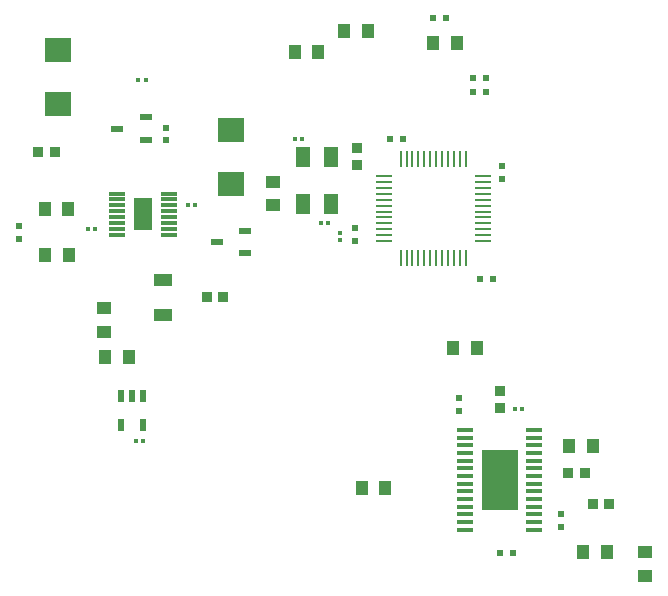
<source format=gtp>
G04 Layer_Color=8421504*
%FSLAX43Y43*%
%MOMM*%
G71*
G01*
G75*
%ADD10R,1.000X1.250*%
%ADD11R,0.600X0.600*%
%ADD12R,0.600X0.600*%
%ADD13R,0.850X0.850*%
%ADD14R,2.300X2.000*%
%ADD15R,1.000X0.600*%
%ADD16R,0.300X0.300*%
%ADD17R,1.400X0.300*%
%ADD18R,1.600X2.800*%
%ADD19R,1.250X1.000*%
%ADD20R,1.600X1.000*%
%ADD21R,0.600X1.000*%
%ADD22R,0.250X1.400*%
%ADD23R,1.400X0.250*%
%ADD24R,0.850X0.850*%
%ADD25R,0.300X0.300*%
%ADD26R,1.200X1.800*%
%ADD27R,3.100X5.180*%
%ADD28R,1.400X0.400*%
D10*
X30325Y2025D02*
D03*
X32325D02*
D03*
X40050Y13850D02*
D03*
X38050D02*
D03*
X24650Y38900D02*
D03*
X26650D02*
D03*
X28825Y40725D02*
D03*
X30825D02*
D03*
X36400Y39700D02*
D03*
X38400D02*
D03*
X5550Y21750D02*
D03*
X3550D02*
D03*
X5500Y25675D02*
D03*
X3500D02*
D03*
X10600Y13150D02*
D03*
X8600D02*
D03*
X49875Y5575D02*
D03*
X47875D02*
D03*
X51100Y-3375D02*
D03*
X49100D02*
D03*
D11*
X43150Y-3525D02*
D03*
X42050D02*
D03*
X36350Y41825D02*
D03*
X37450D02*
D03*
X33825Y31575D02*
D03*
X32725D02*
D03*
X40350Y19725D02*
D03*
X41450D02*
D03*
X40850Y35575D02*
D03*
X39750D02*
D03*
X39750Y36700D02*
D03*
X40850D02*
D03*
D12*
X47225Y-1250D02*
D03*
Y-150D02*
D03*
X13775Y31475D02*
D03*
Y32475D02*
D03*
X1350Y24225D02*
D03*
Y23125D02*
D03*
X42175Y28175D02*
D03*
Y29275D02*
D03*
X29800Y24025D02*
D03*
Y22925D02*
D03*
X38550Y9625D02*
D03*
Y8525D02*
D03*
D13*
X51275Y700D02*
D03*
X49875D02*
D03*
X49225Y3325D02*
D03*
X47825D02*
D03*
X4350Y30425D02*
D03*
X2950D02*
D03*
X18625Y18225D02*
D03*
X17225D02*
D03*
D14*
X4650Y39125D02*
D03*
Y34525D02*
D03*
X19225Y32350D02*
D03*
Y27750D02*
D03*
D15*
X12050Y31500D02*
D03*
Y33400D02*
D03*
X9650Y32450D02*
D03*
X20450Y21900D02*
D03*
Y23800D02*
D03*
X18050Y22850D02*
D03*
D16*
X12025Y36575D02*
D03*
X11425D02*
D03*
X7150Y23950D02*
D03*
X7750D02*
D03*
X16225Y26000D02*
D03*
X15625D02*
D03*
X11225Y6025D02*
D03*
X11825D02*
D03*
X26875Y24450D02*
D03*
X27475D02*
D03*
X24675Y31550D02*
D03*
X25275D02*
D03*
X43900Y8700D02*
D03*
X43300D02*
D03*
D17*
X9575Y26950D02*
D03*
Y26450D02*
D03*
Y25950D02*
D03*
Y25450D02*
D03*
Y24950D02*
D03*
Y24450D02*
D03*
Y23950D02*
D03*
Y23450D02*
D03*
X13975Y26950D02*
D03*
Y26450D02*
D03*
Y25950D02*
D03*
Y25450D02*
D03*
Y24950D02*
D03*
Y24450D02*
D03*
Y23950D02*
D03*
Y23450D02*
D03*
D18*
X11775Y25200D02*
D03*
D19*
X22775Y27950D02*
D03*
Y25950D02*
D03*
X8525Y15250D02*
D03*
Y17250D02*
D03*
X54275Y-5425D02*
D03*
Y-3425D02*
D03*
D20*
X13500Y19625D02*
D03*
Y16625D02*
D03*
D21*
X11850Y9775D02*
D03*
X10900D02*
D03*
X9950D02*
D03*
Y7375D02*
D03*
X11850D02*
D03*
D22*
X33625Y29875D02*
D03*
X34125D02*
D03*
X34625D02*
D03*
X35125D02*
D03*
X35625D02*
D03*
X36125D02*
D03*
X36625D02*
D03*
X37125D02*
D03*
X37625D02*
D03*
X38125D02*
D03*
X38625D02*
D03*
X39125D02*
D03*
Y21475D02*
D03*
X38625D02*
D03*
X38125D02*
D03*
X37625D02*
D03*
X37125D02*
D03*
X36625D02*
D03*
X36125D02*
D03*
X35625D02*
D03*
X35125D02*
D03*
X34625D02*
D03*
X34125D02*
D03*
X33625D02*
D03*
D23*
X40575Y28425D02*
D03*
Y27925D02*
D03*
Y27425D02*
D03*
Y26925D02*
D03*
Y26425D02*
D03*
Y25925D02*
D03*
Y25425D02*
D03*
Y24925D02*
D03*
Y24425D02*
D03*
Y23925D02*
D03*
Y23425D02*
D03*
Y22925D02*
D03*
X32175D02*
D03*
Y23425D02*
D03*
Y23925D02*
D03*
Y24425D02*
D03*
Y24925D02*
D03*
Y25425D02*
D03*
Y25925D02*
D03*
Y26425D02*
D03*
Y26925D02*
D03*
Y27425D02*
D03*
Y27925D02*
D03*
Y28425D02*
D03*
D24*
X29950Y29375D02*
D03*
Y30775D02*
D03*
X42050Y8825D02*
D03*
Y10225D02*
D03*
D25*
X28525Y23025D02*
D03*
Y23625D02*
D03*
D26*
X25325Y26025D02*
D03*
Y30025D02*
D03*
X27725D02*
D03*
Y26025D02*
D03*
D27*
X42000Y2700D02*
D03*
D28*
X39050Y6925D02*
D03*
Y6275D02*
D03*
Y5625D02*
D03*
Y4975D02*
D03*
Y4325D02*
D03*
Y3675D02*
D03*
Y3025D02*
D03*
Y2375D02*
D03*
Y1725D02*
D03*
Y1075D02*
D03*
Y425D02*
D03*
Y-225D02*
D03*
Y-875D02*
D03*
Y-1525D02*
D03*
X44950Y6925D02*
D03*
Y6275D02*
D03*
Y5625D02*
D03*
Y4975D02*
D03*
Y4325D02*
D03*
Y3675D02*
D03*
Y3025D02*
D03*
Y2375D02*
D03*
Y1725D02*
D03*
Y1075D02*
D03*
Y425D02*
D03*
Y-225D02*
D03*
Y-875D02*
D03*
Y-1525D02*
D03*
M02*

</source>
